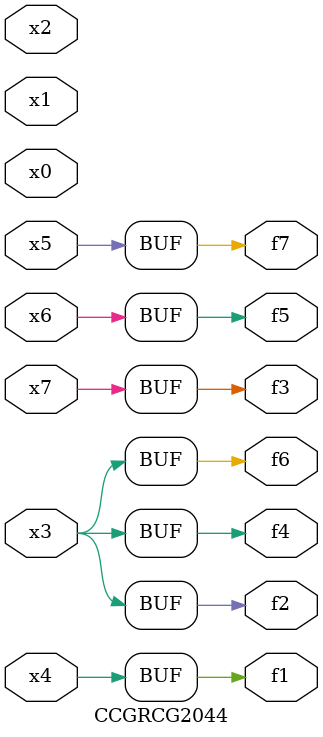
<source format=v>
module CCGRCG2044(
	input x0, x1, x2, x3, x4, x5, x6, x7,
	output f1, f2, f3, f4, f5, f6, f7
);
	assign f1 = x4;
	assign f2 = x3;
	assign f3 = x7;
	assign f4 = x3;
	assign f5 = x6;
	assign f6 = x3;
	assign f7 = x5;
endmodule

</source>
